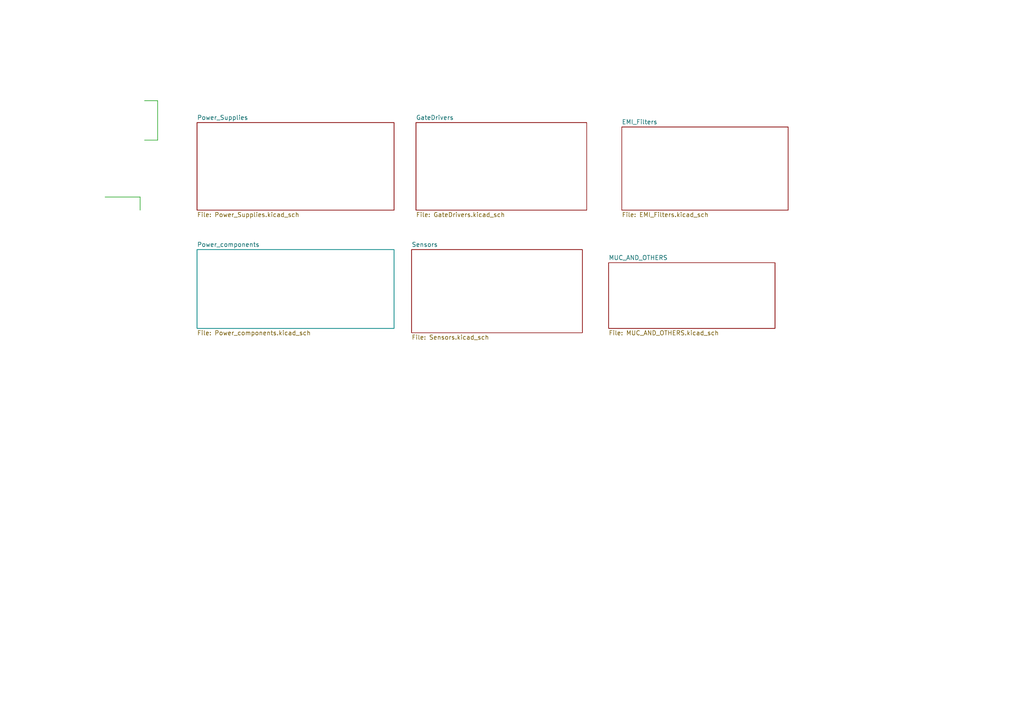
<source format=kicad_sch>
(kicad_sch
	(version 20250114)
	(generator "eeschema")
	(generator_version "9.0")
	(uuid "856dbdf2-f84a-4a26-871a-e6caa4757467")
	(paper "A4")
	(lib_symbols)
	(wire
		(pts
			(xy 30.48 57.15) (xy 40.64 57.15)
		)
		(stroke
			(width 0)
			(type default)
		)
		(uuid "629ba25b-93da-452b-bfd9-b2445cd2bced")
	)
	(wire
		(pts
			(xy 45.72 29.21) (xy 45.72 40.64)
		)
		(stroke
			(width 0)
			(type default)
		)
		(uuid "7edab6a1-1484-4d1d-a61c-0aca0dde088b")
	)
	(wire
		(pts
			(xy 40.64 57.15) (xy 40.64 60.96)
		)
		(stroke
			(width 0)
			(type default)
		)
		(uuid "85b6fd73-5759-4c13-bcad-ff4f29c458a6")
	)
	(wire
		(pts
			(xy 41.91 29.21) (xy 45.72 29.21)
		)
		(stroke
			(width 0)
			(type default)
		)
		(uuid "dda594d2-4595-4420-899a-24c4298b9643")
	)
	(wire
		(pts
			(xy 41.91 40.64) (xy 45.72 40.64)
		)
		(stroke
			(width 0)
			(type default)
		)
		(uuid "ed1f22f3-9c5e-47fb-b5f8-a97d432739ec")
	)
	(sheet
		(at 57.15 72.39)
		(size 57.15 22.86)
		(exclude_from_sim no)
		(in_bom yes)
		(on_board yes)
		(dnp no)
		(fields_autoplaced yes)
		(stroke
			(width 0.1524)
			(type solid)
			(color 0 132 132 1)
		)
		(fill
			(color 0 0 0 0.0000)
		)
		(uuid "4045dcdc-afd8-4c82-9d0f-0c3beb469e2c")
		(property "Sheetname" "Power_components"
			(at 57.15 71.6784 0)
			(effects
				(font
					(size 1.27 1.27)
				)
				(justify left bottom)
			)
		)
		(property "Sheetfile" "Power_components.kicad_sch"
			(at 57.15 95.8346 0)
			(effects
				(font
					(size 1.27 1.27)
				)
				(justify left top)
			)
		)
		(instances
			(project "LLC_DCDC_V0"
				(path "/856dbdf2-f84a-4a26-871a-e6caa4757467"
					(page "2")
				)
			)
		)
	)
	(sheet
		(at 180.34 36.83)
		(size 48.26 24.13)
		(exclude_from_sim no)
		(in_bom yes)
		(on_board yes)
		(dnp no)
		(fields_autoplaced yes)
		(stroke
			(width 0.1524)
			(type solid)
		)
		(fill
			(color 0 0 0 0.0000)
		)
		(uuid "4a84b0e5-7cb6-400e-a534-de34c0fb280a")
		(property "Sheetname" "EMI_Filters"
			(at 180.34 36.1184 0)
			(effects
				(font
					(size 1.27 1.27)
				)
				(justify left bottom)
			)
		)
		(property "Sheetfile" "EMI_Filters.kicad_sch"
			(at 180.34 61.5446 0)
			(effects
				(font
					(size 1.27 1.27)
				)
				(justify left top)
			)
		)
		(instances
			(project "LLC_DCDC_V0"
				(path "/856dbdf2-f84a-4a26-871a-e6caa4757467"
					(page "6")
				)
			)
		)
	)
	(sheet
		(at 176.53 76.2)
		(size 48.26 19.05)
		(exclude_from_sim no)
		(in_bom yes)
		(on_board yes)
		(dnp no)
		(fields_autoplaced yes)
		(stroke
			(width 0.1524)
			(type solid)
		)
		(fill
			(color 0 0 0 0.0000)
		)
		(uuid "58fb44fa-2139-4f1c-a58a-5012b7343e05")
		(property "Sheetname" "MUC_AND_OTHERS"
			(at 176.53 75.4884 0)
			(effects
				(font
					(size 1.27 1.27)
				)
				(justify left bottom)
			)
		)
		(property "Sheetfile" "MUC_AND_OTHERS.kicad_sch"
			(at 176.53 95.8346 0)
			(effects
				(font
					(size 1.27 1.27)
				)
				(justify left top)
			)
		)
		(instances
			(project "LLC_DCDC_V0"
				(path "/856dbdf2-f84a-4a26-871a-e6caa4757467"
					(page "7")
				)
			)
		)
	)
	(sheet
		(at 120.65 35.56)
		(size 49.53 25.4)
		(exclude_from_sim no)
		(in_bom yes)
		(on_board yes)
		(dnp no)
		(fields_autoplaced yes)
		(stroke
			(width 0.1524)
			(type solid)
		)
		(fill
			(color 0 0 0 0.0000)
		)
		(uuid "bab1fb25-cb37-4b11-a21a-e20e593b1f15")
		(property "Sheetname" "GateDrivers"
			(at 120.65 34.8484 0)
			(effects
				(font
					(size 1.27 1.27)
				)
				(justify left bottom)
			)
		)
		(property "Sheetfile" "GateDrivers.kicad_sch"
			(at 120.65 61.5446 0)
			(effects
				(font
					(size 1.27 1.27)
				)
				(justify left top)
			)
		)
		(instances
			(project "LLC_DCDC_V0"
				(path "/856dbdf2-f84a-4a26-871a-e6caa4757467"
					(page "3")
				)
			)
		)
	)
	(sheet
		(at 119.38 72.39)
		(size 49.53 24.13)
		(exclude_from_sim no)
		(in_bom yes)
		(on_board yes)
		(dnp no)
		(fields_autoplaced yes)
		(stroke
			(width 0.1524)
			(type solid)
		)
		(fill
			(color 0 0 0 0.0000)
		)
		(uuid "e0624156-4fa2-4e57-84b3-684ced375455")
		(property "Sheetname" "Sensors"
			(at 119.38 71.6784 0)
			(effects
				(font
					(size 1.27 1.27)
				)
				(justify left bottom)
			)
		)
		(property "Sheetfile" "Sensors.kicad_sch"
			(at 119.38 97.1046 0)
			(effects
				(font
					(size 1.27 1.27)
				)
				(justify left top)
			)
		)
		(instances
			(project "LLC_DCDC_V0"
				(path "/856dbdf2-f84a-4a26-871a-e6caa4757467"
					(page "5")
				)
			)
		)
	)
	(sheet
		(at 57.15 35.56)
		(size 57.15 25.4)
		(exclude_from_sim no)
		(in_bom yes)
		(on_board yes)
		(dnp no)
		(fields_autoplaced yes)
		(stroke
			(width 0.1524)
			(type solid)
		)
		(fill
			(color 0 0 0 0.0000)
		)
		(uuid "e6ae4412-3899-497a-ad4e-ef9e3f773d29")
		(property "Sheetname" "Power_Supplies"
			(at 57.15 34.8484 0)
			(effects
				(font
					(size 1.27 1.27)
				)
				(justify left bottom)
			)
		)
		(property "Sheetfile" "Power_Supplies.kicad_sch"
			(at 57.15 61.5446 0)
			(effects
				(font
					(size 1.27 1.27)
				)
				(justify left top)
			)
		)
		(instances
			(project "LLC_DCDC_V0"
				(path "/856dbdf2-f84a-4a26-871a-e6caa4757467"
					(page "4")
				)
			)
		)
	)
	(sheet_instances
		(path "/"
			(page "1")
		)
	)
	(embedded_fonts no)
)

</source>
